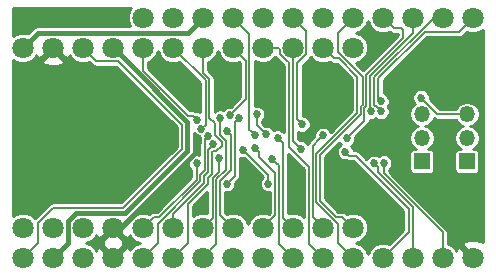
<source format=gbr>
G04 #@! TF.FileFunction,Copper,L1,Top,Signal*
%FSLAX46Y46*%
G04 Gerber Fmt 4.6, Leading zero omitted, Abs format (unit mm)*
G04 Created by KiCad (PCBNEW 4.0.6) date 2017 July 29, Saturday 01:49:35*
%MOMM*%
%LPD*%
G01*
G04 APERTURE LIST*
%ADD10C,0.100000*%
%ADD11R,1.350000X1.350000*%
%ADD12O,1.350000X1.350000*%
%ADD13C,1.800000*%
%ADD14C,0.685800*%
%ADD15C,0.152400*%
%ADD16C,0.406400*%
%ADD17C,0.254000*%
G04 APERTURE END LIST*
D10*
D11*
X164592000Y-111220000D03*
D12*
X164592000Y-109220000D03*
X164592000Y-107220000D03*
D13*
X127000000Y-119380000D03*
X129540000Y-119380000D03*
X132080000Y-119380000D03*
X134620000Y-119380000D03*
X137160000Y-119380000D03*
X139700000Y-119380000D03*
X142240000Y-119380000D03*
X144780000Y-119380000D03*
X147320000Y-119380000D03*
X149860000Y-119380000D03*
X152400000Y-119380000D03*
X154940000Y-119380000D03*
X157480000Y-119380000D03*
X160020000Y-119380000D03*
X162560000Y-119380000D03*
X165100000Y-119380000D03*
X165100000Y-99060000D03*
X162560000Y-99060000D03*
X160020000Y-99060000D03*
X157480000Y-99060000D03*
X154940000Y-99060000D03*
X152400000Y-99060000D03*
X149860000Y-99060000D03*
X147320000Y-99060000D03*
X144780000Y-99060000D03*
X142240000Y-99060000D03*
X139700000Y-99060000D03*
X137160000Y-99060000D03*
X127000000Y-116840000D03*
X129540000Y-116840000D03*
X132080000Y-116840000D03*
X134620000Y-116840000D03*
X137160000Y-116840000D03*
X139700000Y-116840000D03*
X142240000Y-116840000D03*
X144780000Y-116840000D03*
X147320000Y-116840000D03*
X149860000Y-116840000D03*
X152400000Y-116840000D03*
X154940000Y-116840000D03*
X154940000Y-101600000D03*
X152400000Y-101600000D03*
X149860000Y-101600000D03*
X147320000Y-101600000D03*
X144780000Y-101600000D03*
X142240000Y-101600000D03*
X139700000Y-101600000D03*
X137160000Y-101600000D03*
X134620000Y-101600000D03*
X132080000Y-101600000D03*
X129540000Y-101600000D03*
X127000000Y-101600000D03*
D11*
X160782000Y-111220000D03*
D12*
X160782000Y-109220000D03*
X160782000Y-107220000D03*
D14*
X157569759Y-111338306D03*
X156716527Y-111358500D03*
X139766219Y-104241422D03*
X144150587Y-104202795D03*
X147801009Y-104202793D03*
X152455778Y-104202793D03*
X159138559Y-104164166D03*
X155893740Y-114362166D03*
X150138050Y-114323537D03*
X138472154Y-114400795D03*
X142240000Y-114554000D03*
X132080000Y-99060000D03*
X156623409Y-101771370D03*
X146050000Y-114300000D03*
X146050000Y-114300000D03*
X141836590Y-109250985D03*
X157318415Y-106141892D03*
X141713785Y-111347806D03*
X157326489Y-106983603D03*
X143120815Y-109785057D03*
X143588588Y-110924348D03*
X156487149Y-106964686D03*
X144302752Y-108621634D03*
X146625324Y-110109547D03*
X154410990Y-109260695D03*
X146623589Y-108966535D03*
X148561418Y-109222583D03*
X152401029Y-109010583D03*
X154285271Y-110403706D03*
X150503823Y-110126186D03*
X142658393Y-109085940D03*
X144520564Y-107300854D03*
X142116171Y-108437098D03*
X143707504Y-107539631D03*
X144264343Y-113118913D03*
X141704880Y-107706729D03*
X145325408Y-107535004D03*
X145636698Y-110226056D03*
X147775784Y-113108562D03*
X148095246Y-110975216D03*
X160705100Y-105826194D03*
X150646514Y-108068741D03*
X146776462Y-107213902D03*
X147576712Y-108917772D03*
D15*
X162560000Y-119380000D02*
X162560000Y-117193662D01*
X162560000Y-117193662D02*
X157569759Y-112203421D01*
X157569759Y-112203421D02*
X157569759Y-111823239D01*
X157569759Y-111823239D02*
X157569759Y-111338306D01*
X157059426Y-112124154D02*
X157059426Y-111701399D01*
X160020000Y-119380000D02*
X160020000Y-115084728D01*
X160020000Y-115084728D02*
X157059426Y-112124154D01*
X157059426Y-111701399D02*
X156716527Y-111358500D01*
D16*
X158795660Y-104507065D02*
X159138559Y-104164166D01*
X158333894Y-110351740D02*
X158330563Y-110348409D01*
X158333894Y-112356884D02*
X158333894Y-110351740D01*
X158330563Y-110348409D02*
X158330563Y-104972162D01*
X158330563Y-104972162D02*
X158795660Y-104507065D01*
X164200001Y-118222991D02*
X158333894Y-112356884D01*
X164200001Y-118480001D02*
X164200001Y-118222991D01*
X165100000Y-119380000D02*
X164200001Y-118480001D01*
X137987221Y-114400795D02*
X138472154Y-114400795D01*
X137740915Y-114400795D02*
X137987221Y-114400795D01*
X135301710Y-116840000D02*
X137740915Y-114400795D01*
X134620000Y-116840000D02*
X135301710Y-116840000D01*
X141836590Y-110220691D02*
X141836590Y-109735918D01*
X134620000Y-116840000D02*
X135217281Y-116840000D01*
X135217281Y-116840000D02*
X141836590Y-110220691D01*
X141836590Y-109735918D02*
X141836590Y-109250985D01*
D15*
X165100000Y-99060000D02*
X163898577Y-100261423D01*
X163898577Y-100261423D02*
X161006167Y-100261423D01*
X161006167Y-100261423D02*
X157099143Y-104168447D01*
X157099143Y-104168447D02*
X157099143Y-105922620D01*
X157099143Y-105922620D02*
X157318415Y-106141892D01*
X137160000Y-116840000D02*
X138059999Y-115940001D01*
X138059999Y-115940001D02*
X138534121Y-115940001D01*
X138534121Y-115940001D02*
X141713785Y-112760337D01*
X141713785Y-112760337D02*
X141713785Y-111347806D01*
X161776523Y-99060000D02*
X156746914Y-104089609D01*
X156983590Y-106640704D02*
X157326489Y-106983603D01*
X156746914Y-106404028D02*
X156983590Y-106640704D01*
X156746914Y-104089609D02*
X156746914Y-106404028D01*
X162560000Y-99060000D02*
X161776523Y-99060000D01*
X139700000Y-116840000D02*
X139693806Y-116833806D01*
X139693806Y-116833806D02*
X139693806Y-115673077D01*
X139693806Y-115673077D02*
X142323407Y-113043476D01*
X142323407Y-113043476D02*
X142323407Y-112471768D01*
X142323407Y-112471768D02*
X142701360Y-112093816D01*
X142777916Y-110127956D02*
X143120815Y-109785057D01*
X142701360Y-112093816D02*
X142701360Y-110204512D01*
X142701360Y-110204512D02*
X142777916Y-110127956D01*
X142240000Y-116840000D02*
X143083211Y-115996789D01*
X143083211Y-115996789D02*
X143083211Y-112618284D01*
X143083211Y-112618284D02*
X143588588Y-112112907D01*
X143588588Y-112112907D02*
X143588588Y-111409281D01*
X143588588Y-111409281D02*
X143588588Y-110924348D01*
X156372218Y-103980574D02*
X156372218Y-106849755D01*
X156372218Y-106849755D02*
X156487149Y-106964686D01*
X160020000Y-99060000D02*
X160020000Y-100332792D01*
X160020000Y-100332792D02*
X156372218Y-103980574D01*
X144645651Y-108964533D02*
X144302752Y-108621634D01*
X143692833Y-115752833D02*
X143692833Y-112870796D01*
X143692833Y-112870796D02*
X144645651Y-111917978D01*
X144645651Y-111917978D02*
X144645651Y-108964533D01*
X144780000Y-116840000D02*
X143692833Y-115752833D01*
X154753889Y-108917796D02*
X154410990Y-109260695D01*
X155915647Y-106690364D02*
X155915647Y-107756038D01*
X159183722Y-100123875D02*
X159183722Y-100733536D01*
X157480000Y-99060000D02*
X158379999Y-99959999D01*
X158379999Y-99959999D02*
X159019846Y-99959999D01*
X159183722Y-100733536D02*
X156055685Y-103861573D01*
X155915647Y-107756038D02*
X154753889Y-108917796D01*
X156055685Y-106550326D02*
X155915647Y-106690364D01*
X159019846Y-99959999D02*
X159183722Y-100123875D01*
X156055685Y-103861573D02*
X156055685Y-106550326D01*
X146968223Y-110452446D02*
X146625324Y-110109547D01*
X146968223Y-110810912D02*
X146968223Y-110452446D01*
X148364520Y-115795480D02*
X148364520Y-112207209D01*
X147320000Y-116840000D02*
X148364520Y-115795480D01*
X148364520Y-112207209D02*
X146968223Y-110810912D01*
X146280690Y-108623636D02*
X146623589Y-108966535D01*
X146182094Y-100462094D02*
X146182094Y-108525040D01*
X144780000Y-99060000D02*
X146182094Y-100462094D01*
X146182094Y-108525040D02*
X146280690Y-108623636D01*
X149860000Y-116840000D02*
X149007272Y-115987272D01*
X149007272Y-115987272D02*
X149007272Y-109668437D01*
X149007272Y-109668437D02*
X148904317Y-109565482D01*
X148904317Y-109565482D02*
X148561418Y-109222583D01*
X152400000Y-116840000D02*
X151518914Y-115958914D01*
X151518914Y-115958914D02*
X151518914Y-109892698D01*
X151518914Y-109892698D02*
X152058130Y-109353482D01*
X152058130Y-109353482D02*
X152401029Y-109010583D01*
X155610836Y-106564108D02*
X155610836Y-107212988D01*
X155750874Y-104048101D02*
X155750874Y-106424070D01*
X152128536Y-110695288D02*
X152128536Y-114540092D01*
X152128536Y-114540092D02*
X153528445Y-115940001D01*
X153528445Y-115940001D02*
X154040001Y-115940001D01*
X154040001Y-115940001D02*
X154940000Y-116840000D01*
X155610836Y-107212988D02*
X152128536Y-110695288D01*
X153679016Y-100320984D02*
X153679016Y-101976243D01*
X153679016Y-101976243D02*
X155750874Y-104048101D01*
X154940000Y-99060000D02*
X153679016Y-100320984D01*
X155750874Y-106424070D02*
X155610836Y-106564108D01*
X154940000Y-119380000D02*
X153673826Y-118113826D01*
X153673826Y-118113826D02*
X153673826Y-116516449D01*
X153673826Y-116516449D02*
X151823725Y-114666348D01*
X151823725Y-114666348D02*
X151823725Y-110569032D01*
X151823725Y-110569032D02*
X155305102Y-107087655D01*
X155305102Y-107087655D02*
X155305102Y-104033396D01*
X155305102Y-104033396D02*
X153771705Y-102499999D01*
X153771705Y-102499999D02*
X153299999Y-102499999D01*
X153299999Y-102499999D02*
X152400000Y-101600000D01*
X157480000Y-119380000D02*
X159661679Y-117198321D01*
X159661679Y-117198321D02*
X159661679Y-115233304D01*
X159661679Y-115233304D02*
X155174980Y-110746605D01*
X155174980Y-110746605D02*
X154628170Y-110746605D01*
X154628170Y-110746605D02*
X154285271Y-110403706D01*
X150160924Y-109783287D02*
X150503823Y-110126186D01*
X149860000Y-101600000D02*
X149860000Y-109482363D01*
X149860000Y-109482363D02*
X150160924Y-109783287D01*
X148731399Y-102141729D02*
X149318271Y-102728601D01*
X149318271Y-102728601D02*
X149406256Y-102728601D01*
X149406256Y-102728601D02*
X149553884Y-102876229D01*
X149553884Y-110022071D02*
X151214103Y-111682290D01*
X151214103Y-118194103D02*
X151500001Y-118480001D01*
X151500001Y-118480001D02*
X152400000Y-119380000D01*
X148731399Y-101738607D02*
X148731399Y-102141729D01*
X147320000Y-101600000D02*
X148592792Y-101600000D01*
X151214103Y-111682290D02*
X151214103Y-118194103D01*
X148592792Y-101600000D02*
X148731399Y-101738607D01*
X149553884Y-102876229D02*
X149553884Y-110022071D01*
X142018596Y-112345513D02*
X142396549Y-111967560D01*
X138435236Y-116500581D02*
X142018596Y-112917221D01*
X142431175Y-109313158D02*
X142658393Y-109085940D01*
X142431175Y-109744608D02*
X142431175Y-109313158D01*
X142396549Y-109779234D02*
X142431175Y-109744608D01*
X142396549Y-111967560D02*
X142396549Y-109779234D01*
X142018596Y-112917221D02*
X142018596Y-112345513D01*
X138435236Y-118104764D02*
X138435236Y-116500581D01*
X137160000Y-119380000D02*
X138435236Y-118104764D01*
X144780000Y-101600000D02*
X145875463Y-102695463D01*
X145875463Y-102695463D02*
X145875463Y-105945955D01*
X145875463Y-105945955D02*
X144520564Y-107300854D01*
X143867561Y-109877471D02*
X143867561Y-109582422D01*
X143388473Y-110356559D02*
X143867561Y-109877471D01*
X142628218Y-112642211D02*
X143006171Y-112264258D01*
X142628218Y-113169732D02*
X142628218Y-112642211D01*
X140969938Y-114828012D02*
X142628218Y-113169732D01*
X139700000Y-119380000D02*
X140969938Y-118110062D01*
X142240000Y-103708933D02*
X142240000Y-102872792D01*
X142763881Y-104232814D02*
X142240000Y-103708933D01*
X142763881Y-107526429D02*
X142763881Y-104232814D01*
X143229151Y-107991700D02*
X142763881Y-107526429D01*
X143229151Y-108944012D02*
X143229151Y-107991700D01*
X143867561Y-109582422D02*
X143229151Y-108944012D01*
X143070849Y-110356559D02*
X143388473Y-110356559D01*
X140969938Y-118110062D02*
X140969938Y-114828012D01*
X143006171Y-112264258D02*
X143006171Y-110421237D01*
X143006171Y-110421237D02*
X143070849Y-110356559D01*
X142240000Y-102872792D02*
X142240000Y-101600000D01*
X143388022Y-112744540D02*
X144178973Y-111953589D01*
X144178973Y-111953589D02*
X144178973Y-109462767D01*
X142240000Y-119380000D02*
X143388022Y-118231978D01*
X143388022Y-118231978D02*
X143388022Y-112744540D01*
X143707504Y-108024564D02*
X143707504Y-107539631D01*
X143707504Y-108991298D02*
X143707504Y-108024564D01*
X144178973Y-109462767D02*
X143707504Y-108991298D01*
X139700000Y-101600000D02*
X142459070Y-104359070D01*
X142459070Y-104359070D02*
X142459070Y-108094199D01*
X142459070Y-108094199D02*
X142116171Y-108437098D01*
X144607242Y-112776014D02*
X144264343Y-113118913D01*
X145325408Y-107535004D02*
X144959687Y-107900725D01*
X144959687Y-112423569D02*
X144607242Y-112776014D01*
X144959687Y-107900725D02*
X144959687Y-112423569D01*
X140991675Y-107363830D02*
X141361981Y-107363830D01*
X141361981Y-107363830D02*
X141704880Y-107706729D01*
X137160000Y-101600000D02*
X137160000Y-103532155D01*
X137160000Y-103532155D02*
X140991675Y-107363830D01*
D16*
X130439999Y-118480001D02*
X129540000Y-119380000D01*
X130824399Y-118095601D02*
X130439999Y-118480001D01*
X130824399Y-116237311D02*
X130824399Y-118095601D01*
X131477311Y-115584399D02*
X130824399Y-116237311D01*
X135680857Y-115584399D02*
X131477311Y-115584399D01*
X140898270Y-110366986D02*
X135680857Y-115584399D01*
X140898270Y-107881097D02*
X140898270Y-110366986D01*
X135519999Y-102502826D02*
X140898270Y-107881097D01*
X135519999Y-102499999D02*
X135519999Y-102502826D01*
X134620000Y-101600000D02*
X135519999Y-102499999D01*
D15*
X128285280Y-118094720D02*
X127899999Y-118480001D01*
X140466459Y-108112766D02*
X140466459Y-110188125D01*
X135501996Y-115152588D02*
X129557082Y-115152588D01*
X133208601Y-102728601D02*
X135082294Y-102728601D01*
X129557082Y-115152588D02*
X128285280Y-116424390D01*
X128285280Y-116424390D02*
X128285280Y-118094720D01*
X140466459Y-110188125D02*
X135501996Y-115152588D01*
X135082294Y-102728601D02*
X140466459Y-108112766D01*
X132080000Y-101600000D02*
X133208601Y-102728601D01*
X127899999Y-118480001D02*
X127000000Y-119380000D01*
D16*
X142240000Y-99060000D02*
X140955601Y-100344399D01*
X140955601Y-100344399D02*
X128255601Y-100344399D01*
X128255601Y-100344399D02*
X127899999Y-100700001D01*
X127899999Y-100700001D02*
X127000000Y-101600000D01*
D15*
X147775784Y-113108562D02*
X147775784Y-112365142D01*
X147775784Y-112365142D02*
X145636698Y-110226056D01*
X148438145Y-111318115D02*
X148095246Y-110975216D01*
X148669331Y-111549301D02*
X148438145Y-111318115D01*
X148669331Y-118189331D02*
X148669331Y-111549301D01*
X149860000Y-119380000D02*
X148669331Y-118189331D01*
X164592000Y-107220000D02*
X162098906Y-107220000D01*
X162098906Y-107220000D02*
X161047999Y-106169093D01*
X161047999Y-106169093D02*
X160705100Y-105826194D01*
X149860000Y-99060000D02*
X150988601Y-100188601D01*
X150221985Y-107644212D02*
X150646514Y-108068741D01*
X150988601Y-100188601D02*
X150988601Y-102141729D01*
X150988601Y-102141729D02*
X150221985Y-102908345D01*
X150221985Y-102908345D02*
X150221985Y-107644212D01*
X146776462Y-108117522D02*
X146776462Y-107698835D01*
X146776462Y-107698835D02*
X146776462Y-107213902D01*
X147576712Y-108917772D02*
X146776462Y-108117522D01*
D17*
G36*
X165914000Y-118043303D02*
X165340664Y-117833542D01*
X164730540Y-117859161D01*
X164285852Y-118043357D01*
X164199446Y-118299841D01*
X165100000Y-119200395D01*
X165114143Y-119186253D01*
X165293748Y-119365858D01*
X165279605Y-119380000D01*
X165293748Y-119394143D01*
X165114143Y-119573748D01*
X165100000Y-119559605D01*
X165085858Y-119573748D01*
X164906253Y-119394143D01*
X164920395Y-119380000D01*
X164019841Y-118479446D01*
X163763357Y-118565852D01*
X163691170Y-118763159D01*
X163646612Y-118655320D01*
X163286575Y-118294655D01*
X163017200Y-118182800D01*
X163017200Y-117193662D01*
X162982398Y-117018699D01*
X162975763Y-117008769D01*
X162883290Y-116870373D01*
X158026959Y-112014043D01*
X158026959Y-111904760D01*
X158183094Y-111748898D01*
X158293533Y-111482930D01*
X158293784Y-111194945D01*
X158183809Y-110928785D01*
X157980351Y-110724971D01*
X157714383Y-110614532D01*
X157426398Y-110614281D01*
X157160238Y-110724256D01*
X157133195Y-110751252D01*
X157127119Y-110745165D01*
X156861151Y-110634726D01*
X156573166Y-110634475D01*
X156307006Y-110744450D01*
X156103192Y-110947908D01*
X156079623Y-111004670D01*
X155498269Y-110423316D01*
X155349943Y-110324207D01*
X155174980Y-110289405D01*
X155009271Y-110289405D01*
X155009296Y-110260345D01*
X154899321Y-109994185D01*
X154791893Y-109886570D01*
X154820511Y-109874745D01*
X155024325Y-109671287D01*
X155134764Y-109405319D01*
X155134958Y-109183305D01*
X156238936Y-108079327D01*
X156338045Y-107931001D01*
X156372847Y-107756038D01*
X156372847Y-107688486D01*
X156630510Y-107688711D01*
X156896670Y-107578736D01*
X156897199Y-107578208D01*
X156915897Y-107596938D01*
X157181865Y-107707377D01*
X157469850Y-107707628D01*
X157736010Y-107597653D01*
X157939824Y-107394195D01*
X158012155Y-107220000D01*
X159705312Y-107220000D01*
X159785695Y-107624114D01*
X160014607Y-107966705D01*
X160357198Y-108195617D01*
X160479780Y-108220000D01*
X160357198Y-108244383D01*
X160014607Y-108473295D01*
X159785695Y-108815886D01*
X159705312Y-109220000D01*
X159785695Y-109624114D01*
X160014607Y-109966705D01*
X160298709Y-110156536D01*
X160107000Y-110156536D01*
X159965810Y-110183103D01*
X159836135Y-110266546D01*
X159749141Y-110393866D01*
X159718536Y-110545000D01*
X159718536Y-111895000D01*
X159745103Y-112036190D01*
X159828546Y-112165865D01*
X159955866Y-112252859D01*
X160107000Y-112283464D01*
X161457000Y-112283464D01*
X161598190Y-112256897D01*
X161727865Y-112173454D01*
X161814859Y-112046134D01*
X161845464Y-111895000D01*
X161845464Y-110545000D01*
X161818897Y-110403810D01*
X161735454Y-110274135D01*
X161608134Y-110187141D01*
X161457000Y-110156536D01*
X161265291Y-110156536D01*
X161549393Y-109966705D01*
X161778305Y-109624114D01*
X161858688Y-109220000D01*
X161778305Y-108815886D01*
X161549393Y-108473295D01*
X161206802Y-108244383D01*
X161084220Y-108220000D01*
X161206802Y-108195617D01*
X161549393Y-107966705D01*
X161778305Y-107624114D01*
X161792181Y-107554357D01*
X161923943Y-107642398D01*
X162098906Y-107677200D01*
X163631166Y-107677200D01*
X163824607Y-107966705D01*
X164167198Y-108195617D01*
X164289780Y-108220000D01*
X164167198Y-108244383D01*
X163824607Y-108473295D01*
X163595695Y-108815886D01*
X163515312Y-109220000D01*
X163595695Y-109624114D01*
X163824607Y-109966705D01*
X164108709Y-110156536D01*
X163917000Y-110156536D01*
X163775810Y-110183103D01*
X163646135Y-110266546D01*
X163559141Y-110393866D01*
X163528536Y-110545000D01*
X163528536Y-111895000D01*
X163555103Y-112036190D01*
X163638546Y-112165865D01*
X163765866Y-112252859D01*
X163917000Y-112283464D01*
X165267000Y-112283464D01*
X165408190Y-112256897D01*
X165537865Y-112173454D01*
X165624859Y-112046134D01*
X165655464Y-111895000D01*
X165655464Y-110545000D01*
X165628897Y-110403810D01*
X165545454Y-110274135D01*
X165418134Y-110187141D01*
X165267000Y-110156536D01*
X165075291Y-110156536D01*
X165359393Y-109966705D01*
X165588305Y-109624114D01*
X165668688Y-109220000D01*
X165588305Y-108815886D01*
X165359393Y-108473295D01*
X165016802Y-108244383D01*
X164894220Y-108220000D01*
X165016802Y-108195617D01*
X165359393Y-107966705D01*
X165588305Y-107624114D01*
X165668688Y-107220000D01*
X165588305Y-106815886D01*
X165359393Y-106473295D01*
X165016802Y-106244383D01*
X164612688Y-106164000D01*
X164571312Y-106164000D01*
X164167198Y-106244383D01*
X163824607Y-106473295D01*
X163631166Y-106762800D01*
X162288284Y-106762800D01*
X161428933Y-105903449D01*
X161429125Y-105682833D01*
X161319150Y-105416673D01*
X161115692Y-105212859D01*
X160849724Y-105102420D01*
X160561739Y-105102169D01*
X160295579Y-105212144D01*
X160091765Y-105415602D01*
X159981326Y-105681570D01*
X159981075Y-105969555D01*
X160091050Y-106235715D01*
X160202733Y-106347593D01*
X160014607Y-106473295D01*
X159785695Y-106815886D01*
X159705312Y-107220000D01*
X158012155Y-107220000D01*
X158050263Y-107128227D01*
X158050514Y-106840242D01*
X157940539Y-106574082D01*
X157925353Y-106558870D01*
X157931750Y-106552484D01*
X158042189Y-106286516D01*
X158042440Y-105998531D01*
X157932465Y-105732371D01*
X157729007Y-105528557D01*
X157556343Y-105456861D01*
X157556343Y-104357825D01*
X161195545Y-100718623D01*
X163898577Y-100718623D01*
X164073540Y-100683821D01*
X164221866Y-100584712D01*
X164576789Y-100229789D01*
X164844076Y-100340777D01*
X165353689Y-100341222D01*
X165824680Y-100146612D01*
X165914000Y-100057448D01*
X165914000Y-118043303D01*
X165914000Y-118043303D01*
G37*
X165914000Y-118043303D02*
X165340664Y-117833542D01*
X164730540Y-117859161D01*
X164285852Y-118043357D01*
X164199446Y-118299841D01*
X165100000Y-119200395D01*
X165114143Y-119186253D01*
X165293748Y-119365858D01*
X165279605Y-119380000D01*
X165293748Y-119394143D01*
X165114143Y-119573748D01*
X165100000Y-119559605D01*
X165085858Y-119573748D01*
X164906253Y-119394143D01*
X164920395Y-119380000D01*
X164019841Y-118479446D01*
X163763357Y-118565852D01*
X163691170Y-118763159D01*
X163646612Y-118655320D01*
X163286575Y-118294655D01*
X163017200Y-118182800D01*
X163017200Y-117193662D01*
X162982398Y-117018699D01*
X162975763Y-117008769D01*
X162883290Y-116870373D01*
X158026959Y-112014043D01*
X158026959Y-111904760D01*
X158183094Y-111748898D01*
X158293533Y-111482930D01*
X158293784Y-111194945D01*
X158183809Y-110928785D01*
X157980351Y-110724971D01*
X157714383Y-110614532D01*
X157426398Y-110614281D01*
X157160238Y-110724256D01*
X157133195Y-110751252D01*
X157127119Y-110745165D01*
X156861151Y-110634726D01*
X156573166Y-110634475D01*
X156307006Y-110744450D01*
X156103192Y-110947908D01*
X156079623Y-111004670D01*
X155498269Y-110423316D01*
X155349943Y-110324207D01*
X155174980Y-110289405D01*
X155009271Y-110289405D01*
X155009296Y-110260345D01*
X154899321Y-109994185D01*
X154791893Y-109886570D01*
X154820511Y-109874745D01*
X155024325Y-109671287D01*
X155134764Y-109405319D01*
X155134958Y-109183305D01*
X156238936Y-108079327D01*
X156338045Y-107931001D01*
X156372847Y-107756038D01*
X156372847Y-107688486D01*
X156630510Y-107688711D01*
X156896670Y-107578736D01*
X156897199Y-107578208D01*
X156915897Y-107596938D01*
X157181865Y-107707377D01*
X157469850Y-107707628D01*
X157736010Y-107597653D01*
X157939824Y-107394195D01*
X158012155Y-107220000D01*
X159705312Y-107220000D01*
X159785695Y-107624114D01*
X160014607Y-107966705D01*
X160357198Y-108195617D01*
X160479780Y-108220000D01*
X160357198Y-108244383D01*
X160014607Y-108473295D01*
X159785695Y-108815886D01*
X159705312Y-109220000D01*
X159785695Y-109624114D01*
X160014607Y-109966705D01*
X160298709Y-110156536D01*
X160107000Y-110156536D01*
X159965810Y-110183103D01*
X159836135Y-110266546D01*
X159749141Y-110393866D01*
X159718536Y-110545000D01*
X159718536Y-111895000D01*
X159745103Y-112036190D01*
X159828546Y-112165865D01*
X159955866Y-112252859D01*
X160107000Y-112283464D01*
X161457000Y-112283464D01*
X161598190Y-112256897D01*
X161727865Y-112173454D01*
X161814859Y-112046134D01*
X161845464Y-111895000D01*
X161845464Y-110545000D01*
X161818897Y-110403810D01*
X161735454Y-110274135D01*
X161608134Y-110187141D01*
X161457000Y-110156536D01*
X161265291Y-110156536D01*
X161549393Y-109966705D01*
X161778305Y-109624114D01*
X161858688Y-109220000D01*
X161778305Y-108815886D01*
X161549393Y-108473295D01*
X161206802Y-108244383D01*
X161084220Y-108220000D01*
X161206802Y-108195617D01*
X161549393Y-107966705D01*
X161778305Y-107624114D01*
X161792181Y-107554357D01*
X161923943Y-107642398D01*
X162098906Y-107677200D01*
X163631166Y-107677200D01*
X163824607Y-107966705D01*
X164167198Y-108195617D01*
X164289780Y-108220000D01*
X164167198Y-108244383D01*
X163824607Y-108473295D01*
X163595695Y-108815886D01*
X163515312Y-109220000D01*
X163595695Y-109624114D01*
X163824607Y-109966705D01*
X164108709Y-110156536D01*
X163917000Y-110156536D01*
X163775810Y-110183103D01*
X163646135Y-110266546D01*
X163559141Y-110393866D01*
X163528536Y-110545000D01*
X163528536Y-111895000D01*
X163555103Y-112036190D01*
X163638546Y-112165865D01*
X163765866Y-112252859D01*
X163917000Y-112283464D01*
X165267000Y-112283464D01*
X165408190Y-112256897D01*
X165537865Y-112173454D01*
X165624859Y-112046134D01*
X165655464Y-111895000D01*
X165655464Y-110545000D01*
X165628897Y-110403810D01*
X165545454Y-110274135D01*
X165418134Y-110187141D01*
X165267000Y-110156536D01*
X165075291Y-110156536D01*
X165359393Y-109966705D01*
X165588305Y-109624114D01*
X165668688Y-109220000D01*
X165588305Y-108815886D01*
X165359393Y-108473295D01*
X165016802Y-108244383D01*
X164894220Y-108220000D01*
X165016802Y-108195617D01*
X165359393Y-107966705D01*
X165588305Y-107624114D01*
X165668688Y-107220000D01*
X165588305Y-106815886D01*
X165359393Y-106473295D01*
X165016802Y-106244383D01*
X164612688Y-106164000D01*
X164571312Y-106164000D01*
X164167198Y-106244383D01*
X163824607Y-106473295D01*
X163631166Y-106762800D01*
X162288284Y-106762800D01*
X161428933Y-105903449D01*
X161429125Y-105682833D01*
X161319150Y-105416673D01*
X161115692Y-105212859D01*
X160849724Y-105102420D01*
X160561739Y-105102169D01*
X160295579Y-105212144D01*
X160091765Y-105415602D01*
X159981326Y-105681570D01*
X159981075Y-105969555D01*
X160091050Y-106235715D01*
X160202733Y-106347593D01*
X160014607Y-106473295D01*
X159785695Y-106815886D01*
X159705312Y-107220000D01*
X158012155Y-107220000D01*
X158050263Y-107128227D01*
X158050514Y-106840242D01*
X157940539Y-106574082D01*
X157925353Y-106558870D01*
X157931750Y-106552484D01*
X158042189Y-106286516D01*
X158042440Y-105998531D01*
X157932465Y-105732371D01*
X157729007Y-105528557D01*
X157556343Y-105456861D01*
X157556343Y-104357825D01*
X161195545Y-100718623D01*
X163898577Y-100718623D01*
X164073540Y-100683821D01*
X164221866Y-100584712D01*
X164576789Y-100229789D01*
X164844076Y-100340777D01*
X165353689Y-100341222D01*
X165824680Y-100146612D01*
X165914000Y-100057448D01*
X165914000Y-118043303D01*
G36*
X134813748Y-116825858D02*
X134799605Y-116840000D01*
X135700159Y-117740554D01*
X135956643Y-117654148D01*
X136028830Y-117456841D01*
X136073388Y-117564680D01*
X136433425Y-117925345D01*
X136878636Y-118110213D01*
X136435320Y-118293388D01*
X136074655Y-118653425D01*
X136033736Y-118751970D01*
X135956643Y-118565852D01*
X135700159Y-118479446D01*
X134799605Y-119380000D01*
X134813748Y-119394143D01*
X134634143Y-119573748D01*
X134620000Y-119559605D01*
X134605858Y-119573748D01*
X134426253Y-119394143D01*
X134440395Y-119380000D01*
X133539841Y-118479446D01*
X133283357Y-118565852D01*
X133211170Y-118763159D01*
X133166612Y-118655320D01*
X132806575Y-118294655D01*
X132361364Y-118109787D01*
X132804680Y-117926612D01*
X132811144Y-117920159D01*
X133719446Y-117920159D01*
X133783401Y-118110000D01*
X133719446Y-118299841D01*
X134620000Y-119200395D01*
X135520554Y-118299841D01*
X135456599Y-118110000D01*
X135520554Y-117920159D01*
X134620000Y-117019605D01*
X133719446Y-117920159D01*
X132811144Y-117920159D01*
X133165345Y-117566575D01*
X133206264Y-117468030D01*
X133283357Y-117654148D01*
X133539841Y-117740554D01*
X134440395Y-116840000D01*
X134426253Y-116825858D01*
X134605858Y-116646253D01*
X134620000Y-116660395D01*
X134634143Y-116646253D01*
X134813748Y-116825858D01*
X134813748Y-116825858D01*
G37*
X134813748Y-116825858D02*
X134799605Y-116840000D01*
X135700159Y-117740554D01*
X135956643Y-117654148D01*
X136028830Y-117456841D01*
X136073388Y-117564680D01*
X136433425Y-117925345D01*
X136878636Y-118110213D01*
X136435320Y-118293388D01*
X136074655Y-118653425D01*
X136033736Y-118751970D01*
X135956643Y-118565852D01*
X135700159Y-118479446D01*
X134799605Y-119380000D01*
X134813748Y-119394143D01*
X134634143Y-119573748D01*
X134620000Y-119559605D01*
X134605858Y-119573748D01*
X134426253Y-119394143D01*
X134440395Y-119380000D01*
X133539841Y-118479446D01*
X133283357Y-118565852D01*
X133211170Y-118763159D01*
X133166612Y-118655320D01*
X132806575Y-118294655D01*
X132361364Y-118109787D01*
X132804680Y-117926612D01*
X132811144Y-117920159D01*
X133719446Y-117920159D01*
X133783401Y-118110000D01*
X133719446Y-118299841D01*
X134620000Y-119200395D01*
X135520554Y-118299841D01*
X135456599Y-118110000D01*
X135520554Y-117920159D01*
X134620000Y-117019605D01*
X133719446Y-117920159D01*
X132811144Y-117920159D01*
X133165345Y-117566575D01*
X133206264Y-117468030D01*
X133283357Y-117654148D01*
X133539841Y-117740554D01*
X134440395Y-116840000D01*
X134426253Y-116825858D01*
X134605858Y-116646253D01*
X134620000Y-116660395D01*
X134634143Y-116646253D01*
X134813748Y-116825858D01*
G36*
X153904368Y-109777831D02*
X153875750Y-109789656D01*
X153671936Y-109993114D01*
X153561497Y-110259082D01*
X153561246Y-110547067D01*
X153671221Y-110813227D01*
X153874679Y-111017041D01*
X154140647Y-111127480D01*
X154391391Y-111127699D01*
X154425035Y-111150179D01*
X154453207Y-111169003D01*
X154628170Y-111203805D01*
X154985602Y-111203805D01*
X159204479Y-115422683D01*
X159204479Y-117008943D01*
X158003211Y-118210211D01*
X157735924Y-118099223D01*
X157226311Y-118098778D01*
X156755320Y-118293388D01*
X156394655Y-118653425D01*
X156209787Y-119098636D01*
X156026612Y-118655320D01*
X155666575Y-118294655D01*
X155221364Y-118109787D01*
X155664680Y-117926612D01*
X156025345Y-117566575D01*
X156220777Y-117095924D01*
X156221222Y-116586311D01*
X156026612Y-116115320D01*
X155666575Y-115754655D01*
X155195924Y-115559223D01*
X154686311Y-115558778D01*
X154416741Y-115670163D01*
X154363290Y-115616712D01*
X154214964Y-115517603D01*
X154040001Y-115482801D01*
X153717823Y-115482801D01*
X152585736Y-114350714D01*
X152585736Y-110884666D01*
X153798562Y-109671840D01*
X153904368Y-109777831D01*
X153904368Y-109777831D01*
G37*
X153904368Y-109777831D02*
X153875750Y-109789656D01*
X153671936Y-109993114D01*
X153561497Y-110259082D01*
X153561246Y-110547067D01*
X153671221Y-110813227D01*
X153874679Y-111017041D01*
X154140647Y-111127480D01*
X154391391Y-111127699D01*
X154425035Y-111150179D01*
X154453207Y-111169003D01*
X154628170Y-111203805D01*
X154985602Y-111203805D01*
X159204479Y-115422683D01*
X159204479Y-117008943D01*
X158003211Y-118210211D01*
X157735924Y-118099223D01*
X157226311Y-118098778D01*
X156755320Y-118293388D01*
X156394655Y-118653425D01*
X156209787Y-119098636D01*
X156026612Y-118655320D01*
X155666575Y-118294655D01*
X155221364Y-118109787D01*
X155664680Y-117926612D01*
X156025345Y-117566575D01*
X156220777Y-117095924D01*
X156221222Y-116586311D01*
X156026612Y-116115320D01*
X155666575Y-115754655D01*
X155195924Y-115559223D01*
X154686311Y-115558778D01*
X154416741Y-115670163D01*
X154363290Y-115616712D01*
X154214964Y-115517603D01*
X154040001Y-115482801D01*
X153717823Y-115482801D01*
X152585736Y-114350714D01*
X152585736Y-110884666D01*
X153798562Y-109671840D01*
X153904368Y-109777831D01*
G36*
X145492074Y-110949830D02*
X145714087Y-110950024D01*
X147312372Y-112548309D01*
X147162449Y-112697970D01*
X147052010Y-112963938D01*
X147051759Y-113251923D01*
X147161734Y-113518083D01*
X147365192Y-113721897D01*
X147631160Y-113832336D01*
X147907320Y-113832577D01*
X147907320Y-115606102D01*
X147843211Y-115670211D01*
X147575924Y-115559223D01*
X147066311Y-115558778D01*
X146595320Y-115753388D01*
X146234655Y-116113425D01*
X146049787Y-116558636D01*
X145866612Y-116115320D01*
X145506575Y-115754655D01*
X145035924Y-115559223D01*
X144526311Y-115558778D01*
X144256741Y-115670163D01*
X144150033Y-115563455D01*
X144150033Y-113842713D01*
X144407704Y-113842938D01*
X144673864Y-113732963D01*
X144877678Y-113529505D01*
X144988117Y-113263537D01*
X144988311Y-113041524D01*
X145282976Y-112746859D01*
X145382085Y-112598532D01*
X145392424Y-112546552D01*
X145416887Y-112423569D01*
X145416887Y-110918610D01*
X145492074Y-110949830D01*
X145492074Y-110949830D01*
G37*
X145492074Y-110949830D02*
X145714087Y-110950024D01*
X147312372Y-112548309D01*
X147162449Y-112697970D01*
X147052010Y-112963938D01*
X147051759Y-113251923D01*
X147161734Y-113518083D01*
X147365192Y-113721897D01*
X147631160Y-113832336D01*
X147907320Y-113832577D01*
X147907320Y-115606102D01*
X147843211Y-115670211D01*
X147575924Y-115559223D01*
X147066311Y-115558778D01*
X146595320Y-115753388D01*
X146234655Y-116113425D01*
X146049787Y-116558636D01*
X145866612Y-116115320D01*
X145506575Y-115754655D01*
X145035924Y-115559223D01*
X144526311Y-115558778D01*
X144256741Y-115670163D01*
X144150033Y-115563455D01*
X144150033Y-113842713D01*
X144407704Y-113842938D01*
X144673864Y-113732963D01*
X144877678Y-113529505D01*
X144988117Y-113263537D01*
X144988311Y-113041524D01*
X145282976Y-112746859D01*
X145382085Y-112598532D01*
X145392424Y-112546552D01*
X145416887Y-112423569D01*
X145416887Y-110918610D01*
X145492074Y-110949830D01*
G36*
X140990011Y-111203182D02*
X140989760Y-111491167D01*
X141099735Y-111757327D01*
X141256585Y-111914451D01*
X141256585Y-112570959D01*
X138344743Y-115482801D01*
X138059999Y-115482801D01*
X137885036Y-115517603D01*
X137736710Y-115616712D01*
X137683211Y-115670211D01*
X137415924Y-115559223D01*
X136906311Y-115558778D01*
X136435320Y-115753388D01*
X136074655Y-116113425D01*
X136033736Y-116211970D01*
X135977206Y-116075496D01*
X136093949Y-115997491D01*
X141062264Y-111029176D01*
X140990011Y-111203182D01*
X140990011Y-111203182D01*
G37*
X140990011Y-111203182D02*
X140989760Y-111491167D01*
X141099735Y-111757327D01*
X141256585Y-111914451D01*
X141256585Y-112570959D01*
X138344743Y-115482801D01*
X138059999Y-115482801D01*
X137885036Y-115517603D01*
X137736710Y-115616712D01*
X137683211Y-115670211D01*
X137415924Y-115559223D01*
X136906311Y-115558778D01*
X136435320Y-115753388D01*
X136074655Y-116113425D01*
X136033736Y-116211970D01*
X135977206Y-116075496D01*
X136093949Y-115997491D01*
X141062264Y-111029176D01*
X140990011Y-111203182D01*
G36*
X129733748Y-101585858D02*
X129719605Y-101600000D01*
X130620159Y-102500554D01*
X130876643Y-102414148D01*
X130948830Y-102216841D01*
X130993388Y-102324680D01*
X131353425Y-102685345D01*
X131824076Y-102880777D01*
X132333689Y-102881222D01*
X132603259Y-102769837D01*
X132885312Y-103051890D01*
X133033638Y-103150999D01*
X133208601Y-103185801D01*
X134892916Y-103185801D01*
X140009259Y-108302144D01*
X140009259Y-109998747D01*
X135312618Y-114695388D01*
X129557082Y-114695388D01*
X129382119Y-114730190D01*
X129233793Y-114829299D01*
X128017252Y-116045840D01*
X127726575Y-115754655D01*
X127255924Y-115559223D01*
X126746311Y-115558778D01*
X126275320Y-115753388D01*
X126186000Y-115842552D01*
X126186000Y-102597768D01*
X126273425Y-102685345D01*
X126744076Y-102880777D01*
X127253689Y-102881222D01*
X127724680Y-102686612D01*
X127731144Y-102680159D01*
X128639446Y-102680159D01*
X128725852Y-102936643D01*
X129299336Y-103146458D01*
X129909460Y-103120839D01*
X130354148Y-102936643D01*
X130440554Y-102680159D01*
X129540000Y-101779605D01*
X128639446Y-102680159D01*
X127731144Y-102680159D01*
X128085345Y-102326575D01*
X128126264Y-102228030D01*
X128203357Y-102414148D01*
X128459841Y-102500554D01*
X129360395Y-101600000D01*
X129346253Y-101585858D01*
X129525858Y-101406253D01*
X129540000Y-101420395D01*
X129554143Y-101406253D01*
X129733748Y-101585858D01*
X129733748Y-101585858D01*
G37*
X129733748Y-101585858D02*
X129719605Y-101600000D01*
X130620159Y-102500554D01*
X130876643Y-102414148D01*
X130948830Y-102216841D01*
X130993388Y-102324680D01*
X131353425Y-102685345D01*
X131824076Y-102880777D01*
X132333689Y-102881222D01*
X132603259Y-102769837D01*
X132885312Y-103051890D01*
X133033638Y-103150999D01*
X133208601Y-103185801D01*
X134892916Y-103185801D01*
X140009259Y-108302144D01*
X140009259Y-109998747D01*
X135312618Y-114695388D01*
X129557082Y-114695388D01*
X129382119Y-114730190D01*
X129233793Y-114829299D01*
X128017252Y-116045840D01*
X127726575Y-115754655D01*
X127255924Y-115559223D01*
X126746311Y-115558778D01*
X126275320Y-115753388D01*
X126186000Y-115842552D01*
X126186000Y-102597768D01*
X126273425Y-102685345D01*
X126744076Y-102880777D01*
X127253689Y-102881222D01*
X127724680Y-102686612D01*
X127731144Y-102680159D01*
X128639446Y-102680159D01*
X128725852Y-102936643D01*
X129299336Y-103146458D01*
X129909460Y-103120839D01*
X130354148Y-102936643D01*
X130440554Y-102680159D01*
X129540000Y-101779605D01*
X128639446Y-102680159D01*
X127731144Y-102680159D01*
X128085345Y-102326575D01*
X128126264Y-102228030D01*
X128203357Y-102414148D01*
X128459841Y-102500554D01*
X129360395Y-101600000D01*
X129346253Y-101585858D01*
X129525858Y-101406253D01*
X129540000Y-101420395D01*
X129554143Y-101406253D01*
X129733748Y-101585858D01*
G36*
X150756903Y-111871668D02*
X150756903Y-115925280D01*
X150586575Y-115754655D01*
X150115924Y-115559223D01*
X149606311Y-115558778D01*
X149464472Y-115617385D01*
X149464472Y-110579237D01*
X150756903Y-111871668D01*
X150756903Y-111871668D01*
G37*
X150756903Y-111871668D02*
X150756903Y-115925280D01*
X150586575Y-115754655D01*
X150115924Y-115559223D01*
X149606311Y-115558778D01*
X149464472Y-115617385D01*
X149464472Y-110579237D01*
X150756903Y-111871668D01*
G36*
X142626011Y-115613240D02*
X142495924Y-115559223D01*
X141986311Y-115558778D01*
X141515320Y-115753388D01*
X141427138Y-115841416D01*
X141427138Y-115017390D01*
X142626011Y-113818517D01*
X142626011Y-115613240D01*
X142626011Y-115613240D01*
G37*
X142626011Y-115613240D02*
X142495924Y-115559223D01*
X141986311Y-115558778D01*
X141515320Y-115753388D01*
X141427138Y-115841416D01*
X141427138Y-115017390D01*
X142626011Y-113818517D01*
X142626011Y-115613240D01*
G36*
X141502121Y-108846619D02*
X141705579Y-109050433D01*
X141934441Y-109145464D01*
X141934368Y-109229301D01*
X141973975Y-109325157D01*
X141973975Y-109605156D01*
X141939349Y-109779234D01*
X141939349Y-110657641D01*
X141858409Y-110624032D01*
X141570424Y-110623781D01*
X141356824Y-110712039D01*
X141438000Y-110590550D01*
X141482470Y-110366986D01*
X141482470Y-108799060D01*
X141502121Y-108846619D01*
X141502121Y-108846619D01*
G37*
X141502121Y-108846619D02*
X141705579Y-109050433D01*
X141934441Y-109145464D01*
X141934368Y-109229301D01*
X141973975Y-109325157D01*
X141973975Y-109605156D01*
X141939349Y-109779234D01*
X141939349Y-110657641D01*
X141858409Y-110624032D01*
X141570424Y-110623781D01*
X141356824Y-110712039D01*
X141438000Y-110590550D01*
X141482470Y-110366986D01*
X141482470Y-108799060D01*
X141502121Y-108846619D01*
G36*
X151673425Y-102685345D02*
X152144076Y-102880777D01*
X152653689Y-102881222D01*
X152923259Y-102769837D01*
X152976710Y-102823288D01*
X153125036Y-102922397D01*
X153299999Y-102957199D01*
X153582327Y-102957199D01*
X154847902Y-104222774D01*
X154847902Y-106898276D01*
X153053100Y-108693079D01*
X153015079Y-108601062D01*
X152811621Y-108397248D01*
X152545653Y-108286809D01*
X152257668Y-108286558D01*
X151991508Y-108396533D01*
X151787694Y-108599991D01*
X151677255Y-108865959D01*
X151677061Y-109087972D01*
X151195625Y-109569409D01*
X151105508Y-109704278D01*
X150914415Y-109512851D01*
X150648447Y-109402412D01*
X150426433Y-109402218D01*
X150317200Y-109292985D01*
X150317200Y-108715825D01*
X150501890Y-108792515D01*
X150789875Y-108792766D01*
X151056035Y-108682791D01*
X151259849Y-108479333D01*
X151370288Y-108213365D01*
X151370539Y-107925380D01*
X151260564Y-107659220D01*
X151057106Y-107455406D01*
X150791138Y-107344967D01*
X150679185Y-107344869D01*
X150679185Y-103097723D01*
X151311890Y-102465018D01*
X151368663Y-102380052D01*
X151673425Y-102685345D01*
X151673425Y-102685345D01*
G37*
X151673425Y-102685345D02*
X152144076Y-102880777D01*
X152653689Y-102881222D01*
X152923259Y-102769837D01*
X152976710Y-102823288D01*
X153125036Y-102922397D01*
X153299999Y-102957199D01*
X153582327Y-102957199D01*
X154847902Y-104222774D01*
X154847902Y-106898276D01*
X153053100Y-108693079D01*
X153015079Y-108601062D01*
X152811621Y-108397248D01*
X152545653Y-108286809D01*
X152257668Y-108286558D01*
X151991508Y-108396533D01*
X151787694Y-108599991D01*
X151677255Y-108865959D01*
X151677061Y-109087972D01*
X151195625Y-109569409D01*
X151105508Y-109704278D01*
X150914415Y-109512851D01*
X150648447Y-109402412D01*
X150426433Y-109402218D01*
X150317200Y-109292985D01*
X150317200Y-108715825D01*
X150501890Y-108792515D01*
X150789875Y-108792766D01*
X151056035Y-108682791D01*
X151259849Y-108479333D01*
X151370288Y-108213365D01*
X151370539Y-107925380D01*
X151260564Y-107659220D01*
X151057106Y-107455406D01*
X150791138Y-107344967D01*
X150679185Y-107344869D01*
X150679185Y-103097723D01*
X151311890Y-102465018D01*
X151368663Y-102380052D01*
X151673425Y-102685345D01*
G36*
X148408110Y-102465018D02*
X148994982Y-103051890D01*
X149096684Y-103119846D01*
X149096684Y-108734140D01*
X148972010Y-108609248D01*
X148706042Y-108498809D01*
X148418057Y-108498558D01*
X148220487Y-108580192D01*
X148190762Y-108508251D01*
X147987304Y-108304437D01*
X147721336Y-108193998D01*
X147499323Y-108193804D01*
X147233662Y-107928144D01*
X147233662Y-107780356D01*
X147389797Y-107624494D01*
X147500236Y-107358526D01*
X147500487Y-107070541D01*
X147390512Y-106804381D01*
X147187054Y-106600567D01*
X146921086Y-106490128D01*
X146639294Y-106489882D01*
X146639294Y-102704392D01*
X147064076Y-102880777D01*
X147573689Y-102881222D01*
X148044680Y-102686612D01*
X148351512Y-102380314D01*
X148408110Y-102465018D01*
X148408110Y-102465018D01*
G37*
X148408110Y-102465018D02*
X148994982Y-103051890D01*
X149096684Y-103119846D01*
X149096684Y-108734140D01*
X148972010Y-108609248D01*
X148706042Y-108498809D01*
X148418057Y-108498558D01*
X148220487Y-108580192D01*
X148190762Y-108508251D01*
X147987304Y-108304437D01*
X147721336Y-108193998D01*
X147499323Y-108193804D01*
X147233662Y-107928144D01*
X147233662Y-107780356D01*
X147389797Y-107624494D01*
X147500236Y-107358526D01*
X147500487Y-107070541D01*
X147390512Y-106804381D01*
X147187054Y-106600567D01*
X146921086Y-106490128D01*
X146639294Y-106489882D01*
X146639294Y-102704392D01*
X147064076Y-102880777D01*
X147573689Y-102881222D01*
X148044680Y-102686612D01*
X148351512Y-102380314D01*
X148408110Y-102465018D01*
G36*
X138613388Y-102324680D02*
X138973425Y-102685345D01*
X139444076Y-102880777D01*
X139953689Y-102881222D01*
X140223259Y-102769837D01*
X142001870Y-104548448D01*
X142001870Y-107046223D01*
X141849504Y-106982955D01*
X141598760Y-106982736D01*
X141536944Y-106941432D01*
X141361981Y-106906630D01*
X141181053Y-106906630D01*
X137617200Y-103342777D01*
X137617200Y-102797133D01*
X137884680Y-102686612D01*
X138245345Y-102326575D01*
X138430213Y-101881364D01*
X138613388Y-102324680D01*
X138613388Y-102324680D01*
G37*
X138613388Y-102324680D02*
X138973425Y-102685345D01*
X139444076Y-102880777D01*
X139953689Y-102881222D01*
X140223259Y-102769837D01*
X142001870Y-104548448D01*
X142001870Y-107046223D01*
X141849504Y-106982955D01*
X141598760Y-106982736D01*
X141536944Y-106941432D01*
X141361981Y-106906630D01*
X141181053Y-106906630D01*
X137617200Y-103342777D01*
X137617200Y-102797133D01*
X137884680Y-102686612D01*
X138245345Y-102326575D01*
X138430213Y-101881364D01*
X138613388Y-102324680D01*
G36*
X143693388Y-102324680D02*
X144053425Y-102685345D01*
X144524076Y-102880777D01*
X145033689Y-102881222D01*
X145303259Y-102769837D01*
X145418263Y-102884841D01*
X145418263Y-105756576D01*
X144597818Y-106577021D01*
X144377203Y-106576829D01*
X144111043Y-106686804D01*
X143943682Y-106853873D01*
X143852128Y-106815857D01*
X143564143Y-106815606D01*
X143297983Y-106925581D01*
X143221081Y-107002349D01*
X143221081Y-104232814D01*
X143186279Y-104057851D01*
X143087170Y-103909525D01*
X142697200Y-103519555D01*
X142697200Y-102797133D01*
X142964680Y-102686612D01*
X143325345Y-102326575D01*
X143510213Y-101881364D01*
X143693388Y-102324680D01*
X143693388Y-102324680D01*
G37*
X143693388Y-102324680D02*
X144053425Y-102685345D01*
X144524076Y-102880777D01*
X145033689Y-102881222D01*
X145303259Y-102769837D01*
X145418263Y-102884841D01*
X145418263Y-105756576D01*
X144597818Y-106577021D01*
X144377203Y-106576829D01*
X144111043Y-106686804D01*
X143943682Y-106853873D01*
X143852128Y-106815857D01*
X143564143Y-106815606D01*
X143297983Y-106925581D01*
X143221081Y-107002349D01*
X143221081Y-104232814D01*
X143186279Y-104057851D01*
X143087170Y-103909525D01*
X142697200Y-103519555D01*
X142697200Y-102797133D01*
X142964680Y-102686612D01*
X143325345Y-102326575D01*
X143510213Y-101881364D01*
X143693388Y-102324680D01*
G36*
X156393388Y-99784680D02*
X156753425Y-100145345D01*
X157224076Y-100340777D01*
X157733689Y-100341222D01*
X158003259Y-100229837D01*
X158056710Y-100283288D01*
X158205036Y-100382397D01*
X158379999Y-100417199D01*
X158726522Y-100417199D01*
X158726522Y-100544158D01*
X155810016Y-103460665D01*
X155219789Y-102870438D01*
X155664680Y-102686612D01*
X156025345Y-102326575D01*
X156220777Y-101855924D01*
X156221222Y-101346311D01*
X156026612Y-100875320D01*
X155666575Y-100514655D01*
X155221364Y-100329787D01*
X155664680Y-100146612D01*
X156025345Y-99786575D01*
X156210213Y-99341364D01*
X156393388Y-99784680D01*
X156393388Y-99784680D01*
G37*
X156393388Y-99784680D02*
X156753425Y-100145345D01*
X157224076Y-100340777D01*
X157733689Y-100341222D01*
X158003259Y-100229837D01*
X158056710Y-100283288D01*
X158205036Y-100382397D01*
X158379999Y-100417199D01*
X158726522Y-100417199D01*
X158726522Y-100544158D01*
X155810016Y-103460665D01*
X155219789Y-102870438D01*
X155664680Y-102686612D01*
X156025345Y-102326575D01*
X156220777Y-101855924D01*
X156221222Y-101346311D01*
X156026612Y-100875320D01*
X155666575Y-100514655D01*
X155221364Y-100329787D01*
X155664680Y-100146612D01*
X156025345Y-99786575D01*
X156210213Y-99341364D01*
X156393388Y-99784680D01*
G36*
X136074655Y-98333425D02*
X135879223Y-98804076D01*
X135878778Y-99313689D01*
X136063273Y-99760199D01*
X128255601Y-99760199D01*
X128032037Y-99804669D01*
X127943565Y-99863784D01*
X127842509Y-99931307D01*
X127396303Y-100377513D01*
X127255924Y-100319223D01*
X126746311Y-100318778D01*
X126275320Y-100513388D01*
X126186000Y-100602552D01*
X126186000Y-98246000D01*
X136162232Y-98246000D01*
X136074655Y-98333425D01*
X136074655Y-98333425D01*
G37*
X136074655Y-98333425D02*
X135879223Y-98804076D01*
X135878778Y-99313689D01*
X136063273Y-99760199D01*
X128255601Y-99760199D01*
X128032037Y-99804669D01*
X127943565Y-99863784D01*
X127842509Y-99931307D01*
X127396303Y-100377513D01*
X127255924Y-100319223D01*
X126746311Y-100318778D01*
X126275320Y-100513388D01*
X126186000Y-100602552D01*
X126186000Y-98246000D01*
X136162232Y-98246000D01*
X136074655Y-98333425D01*
M02*

</source>
